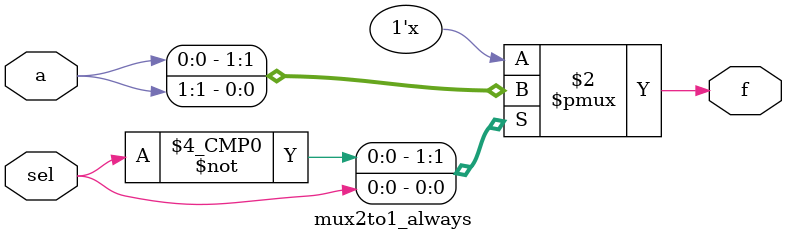
<source format=v>
`timescale 1ns/100ps

module mux2to1_always(f ,a, sel);

	output f;
	input [1:0] a;
	input sel;

	reg f;
	always @(sel)
	 case(sel)
	  1'b0:f<=a[0];
	  1'b1:f<=a[1];
	  default:f<=a[0];
	 endcase

endmodule

</source>
